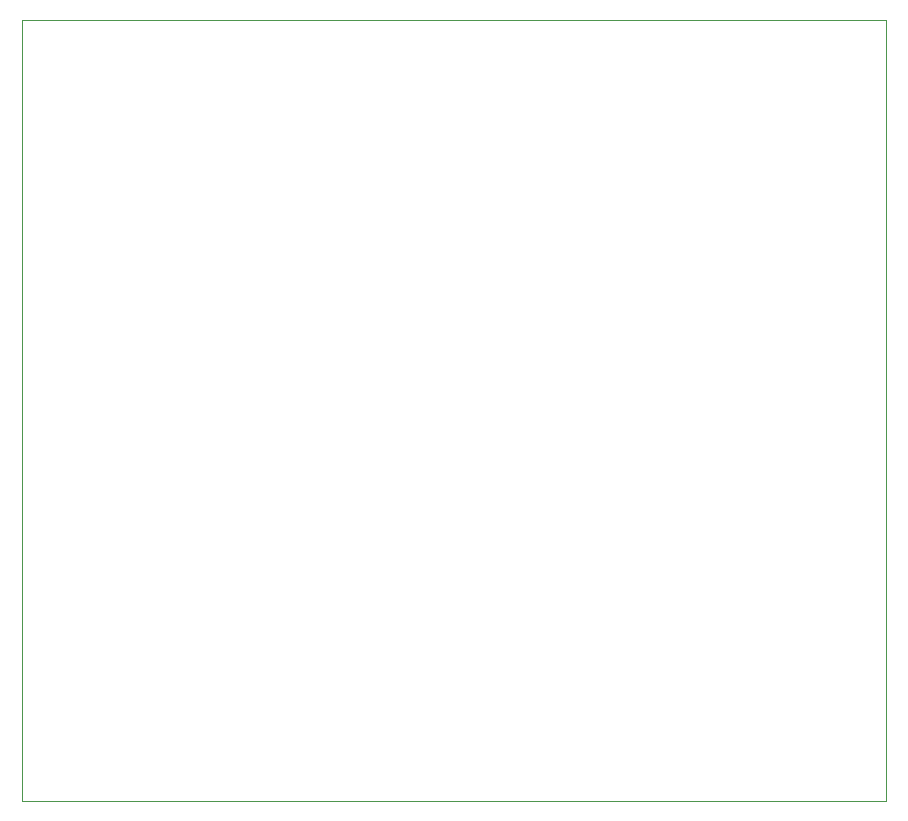
<source format=gbr>
%TF.GenerationSoftware,KiCad,Pcbnew,(5.1.4)-1*%
%TF.CreationDate,2020-02-09T20:37:11+05:30*%
%TF.ProjectId,stm32breakout,73746d33-3262-4726-9561-6b6f75742e6b,rev?*%
%TF.SameCoordinates,Original*%
%TF.FileFunction,Legend,Bot*%
%TF.FilePolarity,Positive*%
%FSLAX46Y46*%
G04 Gerber Fmt 4.6, Leading zero omitted, Abs format (unit mm)*
G04 Created by KiCad (PCBNEW (5.1.4)-1) date 2020-02-09 20:37:11*
%MOMM*%
%LPD*%
G04 APERTURE LIST*
%ADD10C,0.050000*%
G04 APERTURE END LIST*
D10*
X113919000Y-49022000D02*
X114427000Y-49022000D01*
X113919000Y-115189000D02*
X113919000Y-49022000D01*
X187071000Y-115189000D02*
X113919000Y-115189000D01*
X187071000Y-49022000D02*
X187071000Y-115189000D01*
X114427000Y-49022000D02*
X187071000Y-49022000D01*
M02*

</source>
